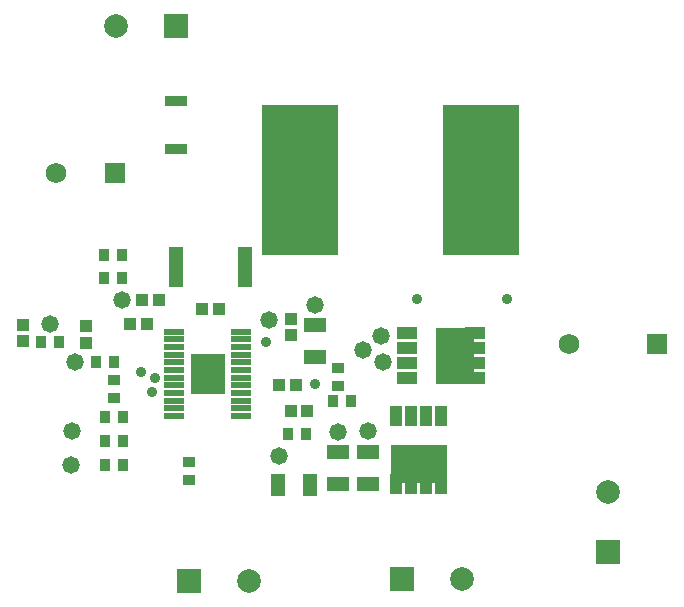
<source format=gts>
G04*
G04 #@! TF.GenerationSoftware,Altium Limited,Altium Designer,19.1.7 (138)*
G04*
G04 Layer_Color=8388736*
%FSLAX25Y25*%
%MOIN*%
G70*
G01*
G75*
%ADD13R,0.04343X0.03556*%
%ADD14R,0.05131X0.07493*%
%ADD15R,0.03556X0.04343*%
%ADD16R,0.07493X0.05131*%
%ADD17R,0.11587X0.13595*%
%ADD18R,0.06553X0.02181*%
%ADD19R,0.07690X0.03359*%
%ADD20R,0.04934X0.13595*%
%ADD21R,0.25600X0.50000*%
%ADD22R,0.12611X0.18800*%
%ADD23R,0.07099X0.03950*%
%ADD24R,0.18800X0.12611*%
%ADD25R,0.03950X0.07099*%
%ADD26R,0.03950X0.04343*%
%ADD27R,0.04343X0.03950*%
%ADD28R,0.06800X0.06800*%
%ADD29C,0.06800*%
%ADD30C,0.07887*%
%ADD31R,0.07887X0.07887*%
%ADD32R,0.07887X0.07887*%
%ADD33C,0.03500*%
%ADD34C,0.05800*%
D13*
X360500Y243047D02*
D03*
Y248953D02*
D03*
X435000Y247047D02*
D03*
Y252953D02*
D03*
X385500Y221453D02*
D03*
Y215547D02*
D03*
D14*
X415185Y214000D02*
D03*
X425815D02*
D03*
D15*
X424453Y231000D02*
D03*
X418547D02*
D03*
X433547Y242000D02*
D03*
X439453D02*
D03*
X336047Y261500D02*
D03*
X341953D02*
D03*
X354500Y255000D02*
D03*
X360405D02*
D03*
X357547Y236500D02*
D03*
X363453D02*
D03*
X357547Y228500D02*
D03*
X363453D02*
D03*
X357547Y220500D02*
D03*
X363453D02*
D03*
X357047Y290500D02*
D03*
X362953D02*
D03*
X362953Y283000D02*
D03*
X357047D02*
D03*
D16*
X435000Y224815D02*
D03*
Y214185D02*
D03*
X445000Y224815D02*
D03*
Y214185D02*
D03*
X427500Y256685D02*
D03*
Y267315D02*
D03*
D17*
X391622Y250957D02*
D03*
D18*
X402744Y265032D02*
D03*
Y262472D02*
D03*
Y259913D02*
D03*
Y257354D02*
D03*
Y254795D02*
D03*
Y252236D02*
D03*
Y249677D02*
D03*
Y247118D02*
D03*
Y244559D02*
D03*
Y242000D02*
D03*
Y239441D02*
D03*
Y236882D02*
D03*
X380500D02*
D03*
Y239441D02*
D03*
Y242000D02*
D03*
Y244559D02*
D03*
Y247118D02*
D03*
Y249677D02*
D03*
Y252236D02*
D03*
Y254795D02*
D03*
Y257354D02*
D03*
Y259913D02*
D03*
Y262472D02*
D03*
Y265032D02*
D03*
D19*
X381000Y342059D02*
D03*
Y325917D02*
D03*
D20*
X381083Y286500D02*
D03*
X403917D02*
D03*
D21*
X482700Y315500D02*
D03*
X422300D02*
D03*
D22*
X474000Y257000D02*
D03*
D23*
X480835Y249500D02*
D03*
Y254500D02*
D03*
Y259500D02*
D03*
Y264500D02*
D03*
X458000Y249500D02*
D03*
Y254500D02*
D03*
Y259500D02*
D03*
Y264500D02*
D03*
D24*
X462000Y221000D02*
D03*
D25*
X454500Y214165D02*
D03*
X459500D02*
D03*
X464500D02*
D03*
X469500D02*
D03*
X454500Y237000D02*
D03*
X459500D02*
D03*
X464500D02*
D03*
X469500D02*
D03*
D26*
X419244Y238500D02*
D03*
X424756D02*
D03*
X365744Y267500D02*
D03*
X371256D02*
D03*
X389744Y272500D02*
D03*
X395256D02*
D03*
X369744Y275500D02*
D03*
X375256D02*
D03*
X421047Y247118D02*
D03*
X415535D02*
D03*
D27*
X419500Y269256D02*
D03*
Y263744D02*
D03*
X351000Y266815D02*
D03*
Y261303D02*
D03*
X330000Y267256D02*
D03*
Y261744D02*
D03*
D28*
X541500Y261000D02*
D03*
X360685Y318000D02*
D03*
D29*
X512000Y261000D02*
D03*
X341000Y318000D02*
D03*
D30*
X476500Y182500D02*
D03*
X525000Y211500D02*
D03*
X361000Y367000D02*
D03*
X405500Y182000D02*
D03*
D31*
X456500Y182500D02*
D03*
X381000Y367000D02*
D03*
X385500Y182000D02*
D03*
D32*
X525000Y191500D02*
D03*
D33*
X427500Y247500D02*
D03*
X373000Y245000D02*
D03*
X369500Y251500D02*
D03*
X374000Y249500D02*
D03*
X461500Y276000D02*
D03*
X491500D02*
D03*
X411000Y261500D02*
D03*
D34*
X347500Y255000D02*
D03*
X415500Y223500D02*
D03*
X427500Y274000D02*
D03*
X445000Y232000D02*
D03*
X435000Y231500D02*
D03*
X412000Y269000D02*
D03*
X363000Y275500D02*
D03*
X391622Y250957D02*
D03*
X450000Y255000D02*
D03*
X443500Y259000D02*
D03*
X449500Y263500D02*
D03*
X346000Y220500D02*
D03*
X346500Y232000D02*
D03*
X339000Y267500D02*
D03*
M02*

</source>
